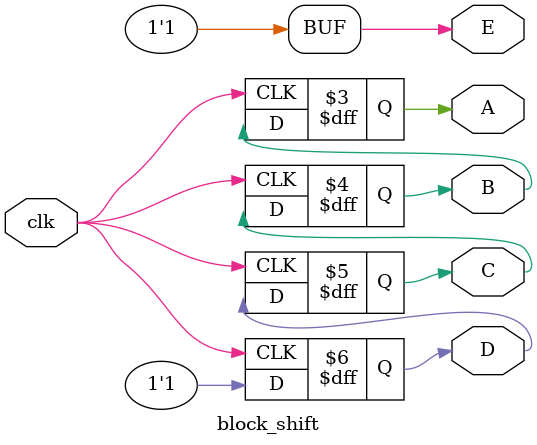
<source format=v>
module block_shift(E,D,C,B,A,clk);
  input clk;
  output A,B,C,D,E;
  reg A,B,C,D,E;

  initial begin
  A =1; B=1; C=0; D=1; E=1;
  end

  always @(posedge clk) begin
  A=B;
  B=C;
  C=D;
  D=E;
  end
  
  endmodule

</source>
